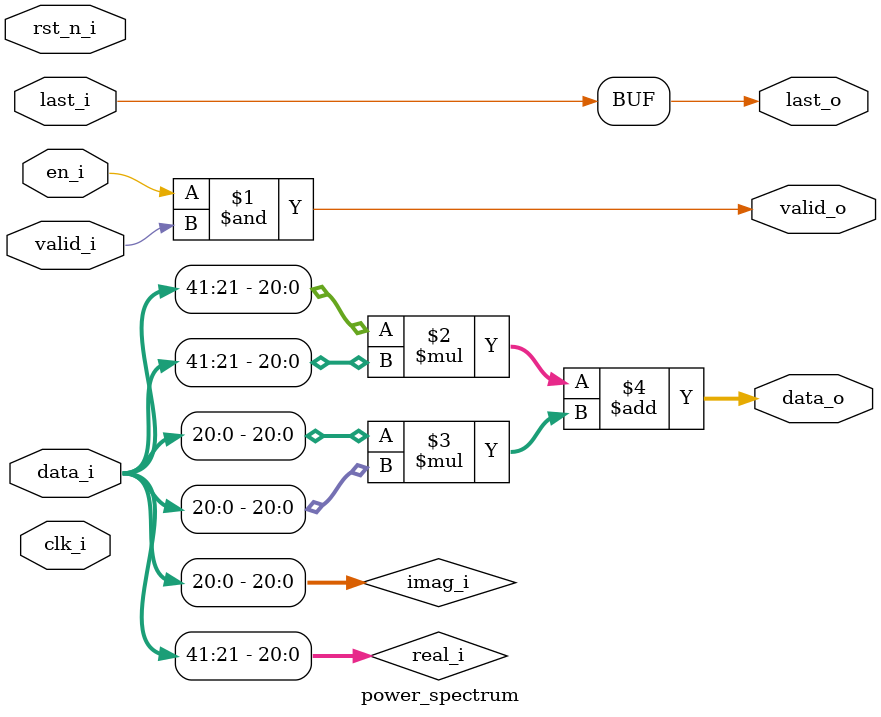
<source format=v>

module power_spectrum (
    // clock and reset
    input                                   clk_i,
    input                                   rst_n_i,
    input                                   en_i,

    // streaming input
    input  signed [I_BW * 2 - 1 : 0]        data_i,
    input                                   valid_i,
    input                                   last_i,

    // streaming output
    output [O_BW - 1 : 0]                   data_o,
    output                                  valid_o,
    output                                  last_o
);
    // =========================================================================
    // Local Parameters
    // =========================================================================
    localparam I_BW         = 21;
    localparam O_BW         = 32;

    // =========================================================================
    // Unpacked Data
    // =========================================================================
    wire signed [I_BW - 1 : 0] real_i = data_i[I_BW * 2 - 1 : I_BW];
    wire signed [I_BW - 1 : 0] imag_i = data_i[I_BW - 1 : 0];

    // =========================================================================
    // Output Assignment
    // =========================================================================
    assign valid_o = (en_i & valid_i);
    assign data_o = (real_i * real_i) + (imag_i * imag_i);
    assign last_o = last_i;

    // =========================================================================
    // Simulation Only Waveform Dump (.vcd export)
    // =========================================================================
    `ifdef COCOTB_SIM
    initial begin
        $dumpfile ("wave.vcd");
        $dumpvars (0, power_spectrum);
        #1;
    end
    `endif

endmodule

</source>
